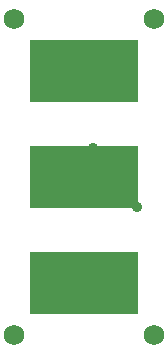
<source format=gbr>
G04*
G04 #@! TF.GenerationSoftware,Altium Limited,Altium Designer,23.11.1 (41)*
G04*
G04 Layer_Color=16711935*
%FSLAX44Y44*%
%MOMM*%
G71*
G04*
G04 #@! TF.SameCoordinates,D4B6ECC5-B607-4844-A390-64D59AB080A4*
G04*
G04*
G04 #@! TF.FilePolarity,Negative*
G04*
G01*
G75*
%ADD25C,1.7272*%
%ADD32R,9.2540X5.2540*%
%ADD33C,0.9032*%
D25*
X134000Y284000D02*
D03*
X16000D02*
D03*
X134000Y16000D02*
D03*
X16000D02*
D03*
D32*
X75000Y60000D02*
D03*
Y240000D02*
D03*
Y150000D02*
D03*
D33*
Y60000D02*
D03*
X83000Y175000D02*
D03*
X75000Y220650D02*
D03*
X120000Y125000D02*
D03*
M02*

</source>
